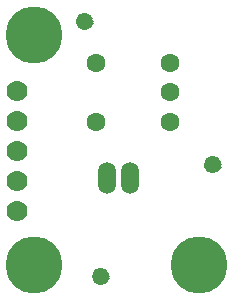
<source format=gts>
*
*
G04 PADS 9.5 Build Number: 522968 generated Gerber (RS-274-X) file*
G04 PC Version=2.1*
*
%IN "PSDR_Encoder.pcb"*%
*
%MOIN*%
*
%FSLAX35Y35*%
*
*
*
*
G04 PC Standard Apertures*
*
*
G04 Thermal Relief Aperture macro.*
%AMTER*
1,1,$1,0,0*
1,0,$1-$2,0,0*
21,0,$3,$4,0,0,45*
21,0,$3,$4,0,0,135*
%
*
*
G04 Annular Aperture macro.*
%AMANN*
1,1,$1,0,0*
1,0,$2,0,0*
%
*
*
G04 Odd Aperture macro.*
%AMODD*
1,1,$1,0,0*
1,0,$1-0.005,0,0*
%
*
*
G04 PC Custom Aperture Macros*
*
*
*
*
*
*
G04 PC Aperture Table*
*
%ADD010C,0.001*%
%ADD048C,0.07*%
%ADD094C,0.00394*%
%ADD147C,0.01*%
%ADD148O,0.05906X0.1063*%
%ADD149C,0.19*%
%ADD150C,0.063*%
*
*
*
*
G04 PC Circuitry*
G04 Layer Name PSDR_Encoder.pcb - circuitry*
%LPD*%
*
*
G04 PC Custom Flashes*
G04 Layer Name PSDR_Encoder.pcb - flashes*
%LPD*%
*
*
G04 PC Circuitry*
G04 Layer Name PSDR_Encoder.pcb - circuitry*
%LPD*%
*
G54D10*
G54D48*
G01X106000Y160000D03*
Y170000D03*
Y150000D03*
Y130000D03*
Y140000D03*
G54D94*
X133971Y108096D03*
X128571Y193096D03*
X171271Y145396D03*
G54D147*
X135469Y108100D02*
X135440Y108386D01*
X135357Y108662*
X135221Y108916*
X135038Y109138*
X134816Y109321*
X134562Y109457*
X134286Y109540*
X134000Y109569*
X133714Y109540*
X133438Y109457*
X133184Y109321*
X132962Y109138*
X132779Y108916*
X132643Y108662*
X132560Y108386*
X132531Y108100*
X132560Y107814*
X132643Y107538*
X132779Y107284*
X132962Y107062*
X133184Y106879*
X133438Y106743*
X133714Y106660*
X134000Y106631*
X134286Y106660*
X134562Y106743*
X134816Y106879*
X135038Y107062*
X135221Y107284*
X135357Y107538*
X135440Y107814*
X135469Y108100*
X133000Y107030D02*
Y109170D01*
X133500Y106724D02*
Y109476D01*
X134000Y106631D02*
Y109569D01*
X134500Y106724D02*
Y109476D01*
X135000Y107030D02*
Y109170D01*
X130069Y193100D02*
X130040Y193386D01*
X129957Y193662*
X129821Y193916*
X129638Y194138*
X129416Y194321*
X129162Y194457*
X128886Y194540*
X128600Y194569*
X128314Y194540*
X128038Y194457*
X127784Y194321*
X127562Y194138*
X127379Y193916*
X127243Y193662*
X127160Y193386*
X127131Y193100*
X127160Y192814*
X127243Y192538*
X127379Y192284*
X127562Y192062*
X127784Y191879*
X128038Y191743*
X128314Y191660*
X128600Y191631*
X128886Y191660*
X129162Y191743*
X129416Y191879*
X129638Y192062*
X129821Y192284*
X129957Y192538*
X130040Y192814*
X130069Y193100*
X127600Y192030D02*
Y194170D01*
X128100Y191724D02*
Y194476D01*
X128600Y191631D02*
Y194569D01*
X129100Y191724D02*
Y194476D01*
X129600Y192030D02*
Y194170D01*
X172769Y145400D02*
X172740Y145686D01*
X172657Y145962*
X172521Y146216*
X172338Y146438*
X172116Y146621*
X171862Y146757*
X171586Y146840*
X171300Y146869*
X171014Y146840*
X170738Y146757*
X170484Y146621*
X170262Y146438*
X170079Y146216*
X169943Y145962*
X169860Y145686*
X169831Y145400*
X169860Y145114*
X169943Y144838*
X170079Y144584*
X170262Y144362*
X170484Y144179*
X170738Y144043*
X171014Y143960*
X171300Y143931*
X171586Y143960*
X171862Y144043*
X172116Y144179*
X172338Y144362*
X172521Y144584*
X172657Y144838*
X172740Y145114*
X172769Y145400*
X170300Y144330D02*
Y146470D01*
X170800Y144024D02*
Y146776D01*
X171300Y143931D02*
Y146869D01*
X171800Y144024D02*
Y146776D01*
X172300Y144330D02*
Y146470D01*
X136453Y108100D02*
G75*
G03X136453I-2453J0D01*
G01X131053Y193100D02*
G03X131053I-2453J0D01*
G01X173753Y145400D02*
G03X173753I-2453J0D01*
G01X136453Y108100D02*
G03X136453I-2453J0D01*
G01X131053Y193100D02*
G03X131053I-2453J0D01*
G01X173753Y145400D02*
G03X173753I-2453J0D01*
G01X131560Y108346D02*
X136440D01*
X131636Y107446D02*
X136364D01*
X131831Y109246D02*
X136169D01*
X132102Y106546D02*
X135898D01*
X132647Y110146D02*
X135353D01*
X126160Y193346D02*
X131040D01*
X126236Y192446D02*
X130964D01*
X126431Y194246D02*
X130769D01*
X126702Y191546D02*
X130498D01*
X127247Y195146D02*
X129953D01*
X168860Y145646D02*
X173740D01*
X168936Y144746D02*
X173664D01*
X169131Y146546D02*
X173469D01*
X169402Y143846D02*
X173198D01*
X169947Y147446D02*
X172653D01*
G54D148*
X136063Y141000D03*
X143937D03*
G54D149*
X111811Y188583D03*
Y111811D03*
X166929D03*
G54D150*
X157000Y159657D03*
Y179343D03*
Y169500D03*
X132394Y159657D03*
Y179343D03*
G74*
X0Y0D02*
M02*

</source>
